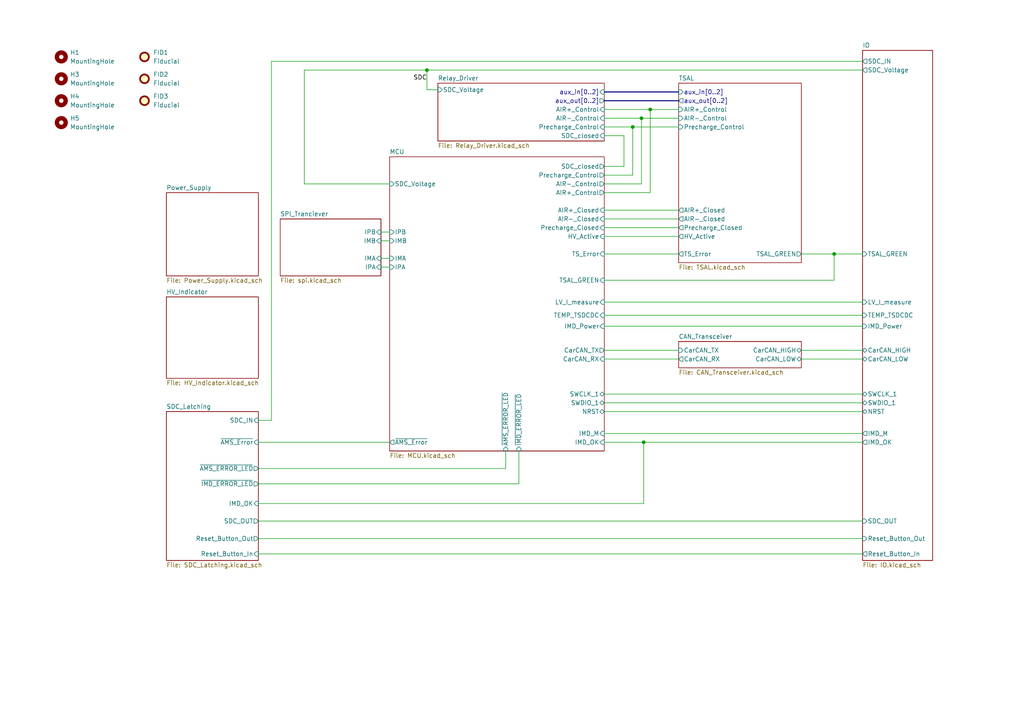
<source format=kicad_sch>
(kicad_sch
	(version 20231120)
	(generator "eeschema")
	(generator_version "8.0")
	(uuid "e63e39d7-6ac0-4ffd-8aa3-1841a4541b55")
	(paper "A4")
	(lib_symbols
		(symbol "Mechanical:Fiducial"
			(exclude_from_sim yes)
			(in_bom no)
			(on_board yes)
			(property "Reference" "FID"
				(at 0 5.08 0)
				(effects
					(font
						(size 1.27 1.27)
					)
				)
			)
			(property "Value" "Fiducial"
				(at 0 3.175 0)
				(effects
					(font
						(size 1.27 1.27)
					)
				)
			)
			(property "Footprint" ""
				(at 0 0 0)
				(effects
					(font
						(size 1.27 1.27)
					)
					(hide yes)
				)
			)
			(property "Datasheet" "~"
				(at 0 0 0)
				(effects
					(font
						(size 1.27 1.27)
					)
					(hide yes)
				)
			)
			(property "Description" "Fiducial Marker"
				(at 0 0 0)
				(effects
					(font
						(size 1.27 1.27)
					)
					(hide yes)
				)
			)
			(property "ki_keywords" "fiducial marker"
				(at 0 0 0)
				(effects
					(font
						(size 1.27 1.27)
					)
					(hide yes)
				)
			)
			(property "ki_fp_filters" "Fiducial*"
				(at 0 0 0)
				(effects
					(font
						(size 1.27 1.27)
					)
					(hide yes)
				)
			)
			(symbol "Fiducial_0_1"
				(circle
					(center 0 0)
					(radius 1.27)
					(stroke
						(width 0.508)
						(type default)
					)
					(fill
						(type background)
					)
				)
			)
		)
		(symbol "Mechanical:MountingHole"
			(pin_names
				(offset 1.016)
			)
			(exclude_from_sim yes)
			(in_bom no)
			(on_board yes)
			(property "Reference" "H"
				(at 0 5.08 0)
				(effects
					(font
						(size 1.27 1.27)
					)
				)
			)
			(property "Value" "MountingHole"
				(at 0 3.175 0)
				(effects
					(font
						(size 1.27 1.27)
					)
				)
			)
			(property "Footprint" ""
				(at 0 0 0)
				(effects
					(font
						(size 1.27 1.27)
					)
					(hide yes)
				)
			)
			(property "Datasheet" "~"
				(at 0 0 0)
				(effects
					(font
						(size 1.27 1.27)
					)
					(hide yes)
				)
			)
			(property "Description" "Mounting Hole without connection"
				(at 0 0 0)
				(effects
					(font
						(size 1.27 1.27)
					)
					(hide yes)
				)
			)
			(property "ki_keywords" "mounting hole"
				(at 0 0 0)
				(effects
					(font
						(size 1.27 1.27)
					)
					(hide yes)
				)
			)
			(property "ki_fp_filters" "MountingHole*"
				(at 0 0 0)
				(effects
					(font
						(size 1.27 1.27)
					)
					(hide yes)
				)
			)
			(symbol "MountingHole_0_1"
				(circle
					(center 0 0)
					(radius 1.27)
					(stroke
						(width 1.27)
						(type default)
					)
					(fill
						(type none)
					)
				)
			)
		)
	)
	(junction
		(at 241.935 73.66)
		(diameter 0)
		(color 0 0 0 0)
		(uuid "0a7f7cff-c29b-4cc6-9d26-e8a073329d15")
	)
	(junction
		(at 123.825 20.32)
		(diameter 0)
		(color 0 0 0 0)
		(uuid "408fafc3-a377-41a0-b7ba-93182cde2895")
	)
	(junction
		(at 186.69 128.27)
		(diameter 0)
		(color 0 0 0 0)
		(uuid "44793ef5-ff1a-4dd7-a42e-e257f8b8042e")
	)
	(junction
		(at 188.595 31.75)
		(diameter 0)
		(color 0 0 0 0)
		(uuid "4978de48-824e-4da0-ad6c-6a4aefa3ff9d")
	)
	(junction
		(at 183.515 36.83)
		(diameter 0)
		(color 0 0 0 0)
		(uuid "7c350bc1-d08e-421e-9df9-7d582d023d7d")
	)
	(junction
		(at 186.055 34.29)
		(diameter 0)
		(color 0 0 0 0)
		(uuid "a1e57cfd-14f7-4329-8eff-f9f55eb71a7d")
	)
	(wire
		(pts
			(xy 180.975 48.26) (xy 180.975 39.37)
		)
		(stroke
			(width 0)
			(type default)
		)
		(uuid "07f9dc8d-c0d0-4dc9-8401-f12e87290517")
	)
	(wire
		(pts
			(xy 188.595 55.88) (xy 188.595 31.75)
		)
		(stroke
			(width 0)
			(type default)
		)
		(uuid "161c37ee-859e-408a-bfc2-59491a96f951")
	)
	(wire
		(pts
			(xy 175.26 36.83) (xy 183.515 36.83)
		)
		(stroke
			(width 0)
			(type default)
		)
		(uuid "1860a00d-f6ff-4922-be20-059a8da73e09")
	)
	(wire
		(pts
			(xy 175.26 94.615) (xy 250.19 94.615)
		)
		(stroke
			(width 0)
			(type default)
		)
		(uuid "18e14012-8379-44ba-bc03-22592befc89a")
	)
	(wire
		(pts
			(xy 175.26 128.27) (xy 186.69 128.27)
		)
		(stroke
			(width 0)
			(type default)
		)
		(uuid "1b75a20a-67f1-4c22-93ad-86624ea64c65")
	)
	(wire
		(pts
			(xy 186.055 34.29) (xy 196.85 34.29)
		)
		(stroke
			(width 0)
			(type default)
		)
		(uuid "1db01ef0-e8ca-4592-b2d3-07fb736a1c26")
	)
	(wire
		(pts
			(xy 110.49 67.31) (xy 113.03 67.31)
		)
		(stroke
			(width 0)
			(type default)
		)
		(uuid "24f82c31-79c3-42d8-ae53-1dfc0417f292")
	)
	(wire
		(pts
			(xy 186.69 128.27) (xy 186.69 146.05)
		)
		(stroke
			(width 0)
			(type default)
		)
		(uuid "30e997bf-188f-4d9b-bd84-fbf9b303fdbc")
	)
	(bus
		(pts
			(xy 175.26 29.21) (xy 196.85 29.21)
		)
		(stroke
			(width 0)
			(type default)
		)
		(uuid "31ffb8c5-4965-42af-9ed5-2cde8d5c615d")
	)
	(wire
		(pts
			(xy 175.26 31.75) (xy 188.595 31.75)
		)
		(stroke
			(width 0)
			(type default)
		)
		(uuid "32c45256-301b-4d4b-9c80-908f3eaa6645")
	)
	(wire
		(pts
			(xy 78.74 17.78) (xy 250.19 17.78)
		)
		(stroke
			(width 0)
			(type default)
		)
		(uuid "39b04c6a-a164-49f1-abea-a3a32285d465")
	)
	(wire
		(pts
			(xy 175.26 81.28) (xy 241.935 81.28)
		)
		(stroke
			(width 0)
			(type default)
		)
		(uuid "3aeadea1-001e-4433-96d3-f973553a40ce")
	)
	(wire
		(pts
			(xy 88.265 53.34) (xy 113.03 53.34)
		)
		(stroke
			(width 0)
			(type default)
		)
		(uuid "43ff35e9-7cd8-4f62-aee2-70328842afeb")
	)
	(wire
		(pts
			(xy 74.93 156.21) (xy 250.19 156.21)
		)
		(stroke
			(width 0)
			(type default)
		)
		(uuid "4c72069e-2911-45fc-ac82-d63dbffe3b04")
	)
	(wire
		(pts
			(xy 183.515 36.83) (xy 183.515 50.8)
		)
		(stroke
			(width 0)
			(type default)
		)
		(uuid "4ec701c3-5b60-44fd-aa98-394de6f7caab")
	)
	(wire
		(pts
			(xy 188.595 31.75) (xy 196.85 31.75)
		)
		(stroke
			(width 0)
			(type default)
		)
		(uuid "51e28119-6df5-4157-ad5a-a917e8c3b6f3")
	)
	(wire
		(pts
			(xy 232.41 104.14) (xy 250.19 104.14)
		)
		(stroke
			(width 0)
			(type default)
		)
		(uuid "52f50848-80d1-428f-ab45-bb31bf0b1bf9")
	)
	(wire
		(pts
			(xy 110.49 77.47) (xy 113.03 77.47)
		)
		(stroke
			(width 0)
			(type default)
		)
		(uuid "54692d45-1676-44b5-883b-2bc41b0fdb8c")
	)
	(wire
		(pts
			(xy 74.93 140.335) (xy 150.495 140.335)
		)
		(stroke
			(width 0)
			(type default)
		)
		(uuid "56636031-e736-471a-aef1-0ac263156ba7")
	)
	(wire
		(pts
			(xy 175.26 73.66) (xy 196.85 73.66)
		)
		(stroke
			(width 0)
			(type default)
		)
		(uuid "59c97f32-e3dc-44cd-97bd-a21f9f2761ed")
	)
	(wire
		(pts
			(xy 175.26 50.8) (xy 183.515 50.8)
		)
		(stroke
			(width 0)
			(type default)
		)
		(uuid "619d8902-06d2-4923-bb65-cfa8d092be87")
	)
	(wire
		(pts
			(xy 74.93 128.27) (xy 113.03 128.27)
		)
		(stroke
			(width 0)
			(type default)
		)
		(uuid "6d2f0521-9da9-4af2-a499-d52735120f75")
	)
	(wire
		(pts
			(xy 110.49 69.85) (xy 113.03 69.85)
		)
		(stroke
			(width 0)
			(type default)
		)
		(uuid "6f739289-0d73-4828-8ed9-0bb5278b8b5b")
	)
	(wire
		(pts
			(xy 150.495 130.81) (xy 150.495 140.335)
		)
		(stroke
			(width 0)
			(type default)
		)
		(uuid "6f995fe1-0166-4ccb-ab08-e9ce4b1480ae")
	)
	(wire
		(pts
			(xy 175.26 114.3) (xy 250.19 114.3)
		)
		(stroke
			(width 0)
			(type default)
		)
		(uuid "72de219e-ea5c-4118-91e1-aa7450812977")
	)
	(wire
		(pts
			(xy 175.26 119.38) (xy 250.19 119.38)
		)
		(stroke
			(width 0)
			(type default)
		)
		(uuid "750042e4-ec72-4b72-a7a1-170d65b6a550")
	)
	(wire
		(pts
			(xy 74.93 121.92) (xy 78.74 121.92)
		)
		(stroke
			(width 0)
			(type default)
		)
		(uuid "78a24785-3b42-46fa-9caf-3fc007c85f2c")
	)
	(wire
		(pts
			(xy 241.935 73.66) (xy 250.19 73.66)
		)
		(stroke
			(width 0)
			(type default)
		)
		(uuid "79c4682b-6f04-465e-bf87-1364ab0de3e5")
	)
	(wire
		(pts
			(xy 241.935 73.66) (xy 241.935 81.28)
		)
		(stroke
			(width 0)
			(type default)
		)
		(uuid "7bf839f6-fe27-416f-b4fb-8b45d66e9c7a")
	)
	(wire
		(pts
			(xy 175.26 53.34) (xy 186.055 53.34)
		)
		(stroke
			(width 0)
			(type default)
		)
		(uuid "7eae9a3b-04d0-4025-90cb-4b284bd379ef")
	)
	(wire
		(pts
			(xy 123.825 26.035) (xy 127 26.035)
		)
		(stroke
			(width 0)
			(type default)
		)
		(uuid "7fe8261e-9374-4542-8746-31b48c970009")
	)
	(wire
		(pts
			(xy 88.265 20.32) (xy 88.265 53.34)
		)
		(stroke
			(width 0)
			(type default)
		)
		(uuid "86c8f75c-d22e-41f4-9b54-7366753afa46")
	)
	(wire
		(pts
			(xy 175.26 66.04) (xy 196.85 66.04)
		)
		(stroke
			(width 0)
			(type default)
		)
		(uuid "879ccb09-3504-4864-9c31-833d63a283d6")
	)
	(wire
		(pts
			(xy 175.26 34.29) (xy 186.055 34.29)
		)
		(stroke
			(width 0)
			(type default)
		)
		(uuid "8893e1cb-365b-4c9c-a85e-2244f030fd1e")
	)
	(wire
		(pts
			(xy 110.49 74.93) (xy 113.03 74.93)
		)
		(stroke
			(width 0)
			(type default)
		)
		(uuid "8b1d64f7-3258-49b4-92aa-93c8541190ba")
	)
	(wire
		(pts
			(xy 232.41 73.66) (xy 241.935 73.66)
		)
		(stroke
			(width 0)
			(type default)
		)
		(uuid "8f2e9e26-e3f1-440c-a826-c9d96000f0ea")
	)
	(wire
		(pts
			(xy 186.69 128.27) (xy 250.19 128.27)
		)
		(stroke
			(width 0)
			(type default)
		)
		(uuid "970ec349-aa6c-4058-9a8a-06f8b0ada789")
	)
	(wire
		(pts
			(xy 123.825 20.32) (xy 123.825 26.035)
		)
		(stroke
			(width 0)
			(type default)
		)
		(uuid "9eaca443-67c5-43d3-a2cb-8dc2134d743d")
	)
	(wire
		(pts
			(xy 175.26 87.63) (xy 250.19 87.63)
		)
		(stroke
			(width 0)
			(type default)
		)
		(uuid "a07ba9bc-6ee6-4356-918f-f47ec7cc369e")
	)
	(wire
		(pts
			(xy 74.93 160.655) (xy 250.19 160.655)
		)
		(stroke
			(width 0)
			(type default)
		)
		(uuid "a14d2587-5011-4932-895b-968b85fb9c29")
	)
	(wire
		(pts
			(xy 175.26 125.73) (xy 250.19 125.73)
		)
		(stroke
			(width 0)
			(type default)
		)
		(uuid "a268a543-1d94-4c7d-9e93-681aa6017876")
	)
	(wire
		(pts
			(xy 175.26 68.58) (xy 196.85 68.58)
		)
		(stroke
			(width 0)
			(type default)
		)
		(uuid "b509a92c-b91c-4e42-b9e3-f73c6491975d")
	)
	(wire
		(pts
			(xy 175.26 101.6) (xy 196.85 101.6)
		)
		(stroke
			(width 0)
			(type default)
		)
		(uuid "bbd9a530-d966-44db-b792-6b8364074399")
	)
	(wire
		(pts
			(xy 183.515 36.83) (xy 196.85 36.83)
		)
		(stroke
			(width 0)
			(type default)
		)
		(uuid "bd7c142b-1b4a-4e3e-891a-2fc7994c4031")
	)
	(wire
		(pts
			(xy 180.975 39.37) (xy 175.26 39.37)
		)
		(stroke
			(width 0)
			(type default)
		)
		(uuid "c4a85f6c-5ba7-40d8-af18-4a31720497a2")
	)
	(wire
		(pts
			(xy 175.26 116.84) (xy 250.19 116.84)
		)
		(stroke
			(width 0)
			(type default)
		)
		(uuid "c7fe1963-cd78-4101-8ef6-6dcc644a8e7d")
	)
	(wire
		(pts
			(xy 175.26 91.44) (xy 250.19 91.44)
		)
		(stroke
			(width 0)
			(type default)
		)
		(uuid "cca14e52-daa2-472f-b950-9a1276c72fee")
	)
	(bus
		(pts
			(xy 175.26 26.67) (xy 196.85 26.67)
		)
		(stroke
			(width 0)
			(type default)
		)
		(uuid "cea651cf-4b09-4040-866b-09f29baccde7")
	)
	(wire
		(pts
			(xy 74.93 151.13) (xy 250.19 151.13)
		)
		(stroke
			(width 0)
			(type default)
		)
		(uuid "d0c6c499-7a00-48b4-bd4b-891bbdb16994")
	)
	(wire
		(pts
			(xy 146.685 135.89) (xy 146.685 130.81)
		)
		(stroke
			(width 0)
			(type default)
		)
		(uuid "d316bfb3-2c73-4ff1-84e3-75c482cbfaa2")
	)
	(wire
		(pts
			(xy 175.26 104.14) (xy 196.85 104.14)
		)
		(stroke
			(width 0)
			(type default)
		)
		(uuid "d53b8b6f-dec9-4a34-9e59-6fc2f5bafc6c")
	)
	(wire
		(pts
			(xy 175.26 63.5) (xy 196.85 63.5)
		)
		(stroke
			(width 0)
			(type default)
		)
		(uuid "d88aee4c-fb2b-496d-98dc-785013c70a8c")
	)
	(wire
		(pts
			(xy 180.975 48.26) (xy 175.26 48.26)
		)
		(stroke
			(width 0)
			(type default)
		)
		(uuid "df7a4fb7-c0df-4747-a51c-5b6d57141fc8")
	)
	(wire
		(pts
			(xy 74.93 135.89) (xy 146.685 135.89)
		)
		(stroke
			(width 0)
			(type default)
		)
		(uuid "e0757bcb-e970-4f03-94f2-6301484ac229")
	)
	(wire
		(pts
			(xy 123.825 20.32) (xy 250.19 20.32)
		)
		(stroke
			(width 0)
			(type default)
		)
		(uuid "e4022d97-9262-4b9e-8880-03a4afd73d19")
	)
	(wire
		(pts
			(xy 74.93 146.05) (xy 186.69 146.05)
		)
		(stroke
			(width 0)
			(type default)
		)
		(uuid "ea203829-7c79-4d55-8c55-d3d8ecb641ef")
	)
	(wire
		(pts
			(xy 88.265 20.32) (xy 123.825 20.32)
		)
		(stroke
			(width 0)
			(type default)
		)
		(uuid "ec66eea5-ae96-4bf7-93db-2f86111f3986")
	)
	(wire
		(pts
			(xy 78.74 17.78) (xy 78.74 121.92)
		)
		(stroke
			(width 0)
			(type default)
		)
		(uuid "ef04e179-1035-430f-b8a3-37f6edb09c73")
	)
	(wire
		(pts
			(xy 232.41 101.6) (xy 250.19 101.6)
		)
		(stroke
			(width 0)
			(type default)
		)
		(uuid "f4eb62d3-6998-4510-806f-341547b3745d")
	)
	(wire
		(pts
			(xy 186.055 34.29) (xy 186.055 53.34)
		)
		(stroke
			(width 0)
			(type default)
		)
		(uuid "f883506b-40b7-4a33-8b08-87bb566721c7")
	)
	(wire
		(pts
			(xy 175.26 60.96) (xy 196.85 60.96)
		)
		(stroke
			(width 0)
			(type default)
		)
		(uuid "f9d34e50-92ea-47a4-8b48-a188792d1fba")
	)
	(wire
		(pts
			(xy 175.26 55.88) (xy 188.595 55.88)
		)
		(stroke
			(width 0)
			(type default)
		)
		(uuid "fa484b90-07b7-4a9e-9fea-6e2a33d9559c")
	)
	(label "SDC"
		(at 123.825 23.495 180)
		(fields_autoplaced yes)
		(effects
			(font
				(size 1.27 1.27)
				(color 0 0 0 1)
			)
			(justify right bottom)
		)
		(uuid "5a0c03f1-96bf-4aa0-a982-95eb41ebc984")
		(property "Netclass" "Relay"
			(at 123.825 24.765 0)
			(effects
				(font
					(size 1.27 1.27)
					(bold yes)
					(italic yes)
				)
				(justify right)
				(hide yes)
			)
		)
	)
	(symbol
		(lib_id "Mechanical:MountingHole")
		(at 17.78 16.51 0)
		(unit 1)
		(exclude_from_sim yes)
		(in_bom no)
		(on_board yes)
		(dnp no)
		(fields_autoplaced yes)
		(uuid "0a967dcf-cf87-4b53-bafc-12025984e67b")
		(property "Reference" "H1"
			(at 20.32 15.2399 0)
			(effects
				(font
					(size 1.27 1.27)
				)
				(justify left)
			)
		)
		(property "Value" "MountingHole"
			(at 20.32 17.7799 0)
			(effects
				(font
					(size 1.27 1.27)
				)
				(justify left)
			)
		)
		(property "Footprint" "MountingHole:MountingHole_3.2mm_M3"
			(at 17.78 16.51 0)
			(effects
				(font
					(size 1.27 1.27)
				)
				(hide yes)
			)
		)
		(property "Datasheet" "~"
			(at 17.78 16.51 0)
			(effects
				(font
					(size 1.27 1.27)
				)
				(hide yes)
			)
		)
		(property "Description" "Mounting Hole without connection"
			(at 17.78 16.51 0)
			(effects
				(font
					(size 1.27 1.27)
				)
				(hide yes)
			)
		)
		(instances
			(project "Master_FT25"
				(path "/e63e39d7-6ac0-4ffd-8aa3-1841a4541b55"
					(reference "H1")
					(unit 1)
				)
			)
		)
	)
	(symbol
		(lib_id "Mechanical:MountingHole")
		(at 17.78 35.56 0)
		(unit 1)
		(exclude_from_sim yes)
		(in_bom no)
		(on_board yes)
		(dnp no)
		(fields_autoplaced yes)
		(uuid "0b072f1d-7d2e-416a-a533-7e5d8d8d6b40")
		(property "Reference" "H5"
			(at 20.32 34.2899 0)
			(effects
				(font
					(size 1.27 1.27)
				)
				(justify left)
			)
		)
		(property "Value" "MountingHole"
			(at 20.32 36.8299 0)
			(effects
				(font
					(size 1.27 1.27)
				)
				(justify left)
			)
		)
		(property "Footprint" "MountingHole:MountingHole_3.2mm_M3"
			(at 17.78 35.56 0)
			(effects
				(font
					(size 1.27 1.27)
				)
				(hide yes)
			)
		)
		(property "Datasheet" "~"
			(at 17.78 35.56 0)
			(effects
				(font
					(size 1.27 1.27)
				)
				(hide yes)
			)
		)
		(property "Description" "Mounting Hole without connection"
			(at 17.78 35.56 0)
			(effects
				(font
					(size 1.27 1.27)
				)
				(hide yes)
			)
		)
		(instances
			(project "Master_FT25"
				(path "/e63e39d7-6ac0-4ffd-8aa3-1841a4541b55"
					(reference "H5")
					(unit 1)
				)
			)
		)
	)
	(symbol
		(lib_id "Mechanical:Fiducial")
		(at 41.91 29.21 0)
		(unit 1)
		(exclude_from_sim yes)
		(in_bom no)
		(on_board yes)
		(dnp no)
		(fields_autoplaced yes)
		(uuid "20cdaa43-65c8-4542-a3d9-8381e50d7078")
		(property "Reference" "FID3"
			(at 44.45 27.9399 0)
			(effects
				(font
					(size 1.27 1.27)
				)
				(justify left)
			)
		)
		(property "Value" "Fiducial"
			(at 44.45 30.4799 0)
			(effects
				(font
					(size 1.27 1.27)
				)
				(justify left)
			)
		)
		(property "Footprint" "Fiducial:Fiducial_1mm_Mask2mm"
			(at 41.91 29.21 0)
			(effects
				(font
					(size 1.27 1.27)
				)
				(hide yes)
			)
		)
		(property "Datasheet" "~"
			(at 41.91 29.21 0)
			(effects
				(font
					(size 1.27 1.27)
				)
				(hide yes)
			)
		)
		(property "Description" "Fiducial Marker"
			(at 41.91 29.21 0)
			(effects
				(font
					(size 1.27 1.27)
				)
				(hide yes)
			)
		)
		(instances
			(project "Master_FT25"
				(path "/e63e39d7-6ac0-4ffd-8aa3-1841a4541b55"
					(reference "FID3")
					(unit 1)
				)
			)
		)
	)
	(symbol
		(lib_id "Mechanical:Fiducial")
		(at 41.91 16.51 0)
		(unit 1)
		(exclude_from_sim yes)
		(in_bom no)
		(on_board yes)
		(dnp no)
		(fields_autoplaced yes)
		(uuid "45741e40-abdc-4d50-b317-939a5201ace5")
		(property "Reference" "FID1"
			(at 44.45 15.2399 0)
			(effects
				(font
					(size 1.27 1.27)
				)
				(justify left)
			)
		)
		(property "Value" "Fiducial"
			(at 44.45 17.7799 0)
			(effects
				(font
					(size 1.27 1.27)
				)
				(justify left)
			)
		)
		(property "Footprint" "Fiducial:Fiducial_1mm_Mask2mm"
			(at 41.91 16.51 0)
			(effects
				(font
					(size 1.27 1.27)
				)
				(hide yes)
			)
		)
		(property "Datasheet" "~"
			(at 41.91 16.51 0)
			(effects
				(font
					(size 1.27 1.27)
				)
				(hide yes)
			)
		)
		(property "Description" "Fiducial Marker"
			(at 41.91 16.51 0)
			(effects
				(font
					(size 1.27 1.27)
				)
				(hide yes)
			)
		)
		(instances
			(project "Master_FT25"
				(path "/e63e39d7-6ac0-4ffd-8aa3-1841a4541b55"
					(reference "FID1")
					(unit 1)
				)
			)
		)
	)
	(symbol
		(lib_id "Mechanical:MountingHole")
		(at 17.78 29.21 0)
		(unit 1)
		(exclude_from_sim yes)
		(in_bom no)
		(on_board yes)
		(dnp no)
		(fields_autoplaced yes)
		(uuid "6301e002-599c-4024-b369-a435c3498b7e")
		(property "Reference" "H4"
			(at 20.32 27.9399 0)
			(effects
				(font
					(size 1.27 1.27)
				)
				(justify left)
			)
		)
		(property "Value" "MountingHole"
			(at 20.32 30.4799 0)
			(effects
				(font
					(size 1.27 1.27)
				)
				(justify left)
			)
		)
		(property "Footprint" "MountingHole:MountingHole_3.2mm_M3"
			(at 17.78 29.21 0)
			(effects
				(font
					(size 1.27 1.27)
				)
				(hide yes)
			)
		)
		(property "Datasheet" "~"
			(at 17.78 29.21 0)
			(effects
				(font
					(size 1.27 1.27)
				)
				(hide yes)
			)
		)
		(property "Description" "Mounting Hole without connection"
			(at 17.78 29.21 0)
			(effects
				(font
					(size 1.27 1.27)
				)
				(hide yes)
			)
		)
		(instances
			(project "Master_FT25"
				(path "/e63e39d7-6ac0-4ffd-8aa3-1841a4541b55"
					(reference "H4")
					(unit 1)
				)
			)
		)
	)
	(symbol
		(lib_id "Mechanical:Fiducial")
		(at 41.91 22.86 0)
		(unit 1)
		(exclude_from_sim yes)
		(in_bom no)
		(on_board yes)
		(dnp no)
		(fields_autoplaced yes)
		(uuid "b3151b57-7e28-4545-b8a5-8cfdf967461d")
		(property "Reference" "FID2"
			(at 44.45 21.5899 0)
			(effects
				(font
					(size 1.27 1.27)
				)
				(justify left)
			)
		)
		(property "Value" "Fiducial"
			(at 44.45 24.1299 0)
			(effects
				(font
					(size 1.27 1.27)
				)
				(justify left)
			)
		)
		(property "Footprint" "Fiducial:Fiducial_1mm_Mask2mm"
			(at 41.91 22.86 0)
			(effects
				(font
					(size 1.27 1.27)
				)
				(hide yes)
			)
		)
		(property "Datasheet" "~"
			(at 41.91 22.86 0)
			(effects
				(font
					(size 1.27 1.27)
				)
				(hide yes)
			)
		)
		(property "Description" "Fiducial Marker"
			(at 41.91 22.86 0)
			(effects
				(font
					(size 1.27 1.27)
				)
				(hide yes)
			)
		)
		(instances
			(project "Master_FT25"
				(path "/e63e39d7-6ac0-4ffd-8aa3-1841a4541b55"
					(reference "FID2")
					(unit 1)
				)
			)
		)
	)
	(symbol
		(lib_id "Mechanical:MountingHole")
		(at 17.78 22.86 0)
		(unit 1)
		(exclude_from_sim yes)
		(in_bom no)
		(on_board yes)
		(dnp no)
		(fields_autoplaced yes)
		(uuid "d1527598-7f4d-46c2-9d81-1aa748b9fa8d")
		(property "Reference" "H3"
			(at 20.32 21.5899 0)
			(effects
				(font
					(size 1.27 1.27)
				)
				(justify left)
			)
		)
		(property "Value" "MountingHole"
			(at 20.32 24.1299 0)
			(effects
				(font
					(size 1.27 1.27)
				)
				(justify left)
			)
		)
		(property "Footprint" "MountingHole:MountingHole_3.2mm_M3"
			(at 17.78 22.86 0)
			(effects
				(font
					(size 1.27 1.27)
				)
				(hide yes)
			)
		)
		(property "Datasheet" "~"
			(at 17.78 22.86 0)
			(effects
				(font
					(size 1.27 1.27)
				)
				(hide yes)
			)
		)
		(property "Description" "Mounting Hole without connection"
			(at 17.78 22.86 0)
			(effects
				(font
					(size 1.27 1.27)
				)
				(hide yes)
			)
		)
		(instances
			(project "Master_FT25"
				(path "/e63e39d7-6ac0-4ffd-8aa3-1841a4541b55"
					(reference "H3")
					(unit 1)
				)
			)
		)
	)
	(sheet
		(at 48.26 119.38)
		(size 26.67 43.18)
		(fields_autoplaced yes)
		(stroke
			(width 0.1524)
			(type solid)
		)
		(fill
			(color 0 0 0 0.0000)
		)
		(uuid "1faf3ef0-baac-46e1-a293-a43d671ef048")
		(property "Sheetname" "SDC_Latching"
			(at 48.26 118.6684 0)
			(effects
				(font
					(size 1.27 1.27)
				)
				(justify left bottom)
			)
		)
		(property "Sheetfile" "SDC_Latching.kicad_sch"
			(at 48.26 163.1446 0)
			(effects
				(font
					(size 1.27 1.27)
				)
				(justify left top)
			)
		)
		(pin "Reset_Button_In" input
			(at 74.93 160.655 0)
			(effects
				(font
					(size 1.27 1.27)
				)
				(justify right)
			)
			(uuid "d29d350b-902b-4201-b78d-3987c1d43101")
		)
		(pin "Reset_Button_Out" output
			(at 74.93 156.21 0)
			(effects
				(font
					(size 1.27 1.27)
				)
				(justify right)
			)
			(uuid "b3467c47-149f-4dd6-96a3-1425c5e65cd6")
		)
		(pin "SDC_OUT" output
			(at 74.93 151.13 0)
			(effects
				(font
					(size 1.27 1.27)
				)
				(justify right)
			)
			(uuid "04195bc4-f957-489b-8e05-747e1a2601f4")
		)
		(pin "SDC_IN" input
			(at 74.93 121.92 0)
			(effects
				(font
					(size 1.27 1.27)
				)
				(justify right)
			)
			(uuid "92e1de3b-0808-4574-9811-f75c22fccddf")
		)
		(pin "~{AMS_Error}" input
			(at 74.93 128.27 0)
			(effects
				(font
					(size 1.27 1.27)
				)
				(justify right)
			)
			(uuid "d4f4818d-c3c7-4eeb-9c52-aad858d58f30")
		)
		(pin "IMD_OK" input
			(at 74.93 146.05 0)
			(effects
				(font
					(size 1.27 1.27)
				)
				(justify right)
			)
			(uuid "44e26c19-37fa-4e80-adb7-6f8f90521f09")
		)
		(pin "~{AMS_ERROR_LED}" output
			(at 74.93 135.89 0)
			(effects
				(font
					(size 1.27 1.27)
				)
				(justify right)
			)
			(uuid "db873ff3-3fa6-46f9-acf2-1776292c3326")
		)
		(pin "~{IMD_ERROR_LED}" output
			(at 74.93 140.335 0)
			(effects
				(font
					(size 1.27 1.27)
				)
				(justify right)
			)
			(uuid "1e0ea0b3-c0a4-42d3-b88d-ab6314267023")
		)
		(instances
			(project "Master_FT25"
				(path "/e63e39d7-6ac0-4ffd-8aa3-1841a4541b55"
					(page "10")
				)
			)
		)
	)
	(sheet
		(at 48.26 55.88)
		(size 26.67 24.13)
		(fields_autoplaced yes)
		(stroke
			(width 0.1524)
			(type solid)
		)
		(fill
			(color 0 0 0 0.0000)
		)
		(uuid "22dc17c4-8352-43f2-bb65-d704323b2333")
		(property "Sheetname" "Power_Supply"
			(at 48.26 55.1684 0)
			(effects
				(font
					(size 1.27 1.27)
				)
				(justify left bottom)
			)
		)
		(property "Sheetfile" "Power_Supply.kicad_sch"
			(at 48.26 80.5946 0)
			(effects
				(font
					(size 1.27 1.27)
				)
				(justify left top)
			)
		)
		(instances
			(project "Master_FT25"
				(path "/e63e39d7-6ac0-4ffd-8aa3-1841a4541b55"
					(page "8")
				)
			)
		)
	)
	(sheet
		(at 196.85 24.13)
		(size 35.56 52.07)
		(fields_autoplaced yes)
		(stroke
			(width 0.1524)
			(type solid)
		)
		(fill
			(color 0 0 0 0.0000)
		)
		(uuid "5ce1aa0c-f98f-4b94-80bd-f188cf4c57de")
		(property "Sheetname" "TSAL"
			(at 196.85 23.4184 0)
			(effects
				(font
					(size 1.27 1.27)
				)
				(justify left bottom)
			)
		)
		(property "Sheetfile" "TSAL.kicad_sch"
			(at 196.85 76.7846 0)
			(effects
				(font
					(size 1.27 1.27)
				)
				(justify left top)
			)
		)
		(pin "AIR-_Closed" output
			(at 196.85 63.5 180)
			(effects
				(font
					(size 1.27 1.27)
				)
				(justify left)
			)
			(uuid "7f4f978d-1e5d-4a43-b1bf-c4fa7649bd7e")
		)
		(pin "AIR-_Control" input
			(at 196.85 34.29 180)
			(effects
				(font
					(size 1.27 1.27)
				)
				(justify left)
			)
			(uuid "14206ec6-7d56-4612-a521-5201573867ec")
		)
		(pin "AIR+_Control" input
			(at 196.85 31.75 180)
			(effects
				(font
					(size 1.27 1.27)
				)
				(justify left)
			)
			(uuid "97639659-6003-4e23-b4ab-f30326d3a9e4")
		)
		(pin "AIR+_Closed" output
			(at 196.85 60.96 180)
			(effects
				(font
					(size 1.27 1.27)
				)
				(justify left)
			)
			(uuid "6395d9db-d4bc-4c2e-9617-d5b2bf2defa3")
		)
		(pin "HV_Active" output
			(at 196.85 68.58 180)
			(effects
				(font
					(size 1.27 1.27)
				)
				(justify left)
			)
			(uuid "9bc0c846-6b29-4e4d-a0d2-1bffadd4b174")
		)
		(pin "aux_in[0..2]" input
			(at 196.85 26.67 180)
			(effects
				(font
					(size 1.27 1.27)
				)
				(justify left)
			)
			(uuid "62f5980a-ba24-42c2-bf17-3ba93154ccbe")
		)
		(pin "aux_out[0..2]" output
			(at 196.85 29.21 180)
			(effects
				(font
					(size 1.27 1.27)
				)
				(justify left)
			)
			(uuid "7b7686bc-62db-4756-a60c-2a44d69edb52")
		)
		(pin "TS_Error" output
			(at 196.85 73.66 180)
			(effects
				(font
					(size 1.27 1.27)
				)
				(justify left)
			)
			(uuid "2448d2bd-f095-4512-bdbb-8c68f77aacaa")
		)
		(pin "Precharge_Closed" output
			(at 196.85 66.04 180)
			(effects
				(font
					(size 1.27 1.27)
				)
				(justify left)
			)
			(uuid "93060461-877f-42a6-80bd-dbb98ff86726")
		)
		(pin "Precharge_Control" input
			(at 196.85 36.83 180)
			(effects
				(font
					(size 1.27 1.27)
				)
				(justify left)
			)
			(uuid "1df4d53f-ddfd-42ee-ba3c-fb3c93ade126")
		)
		(pin "TSAL_GREEN" output
			(at 232.41 73.66 0)
			(effects
				(font
					(size 1.27 1.27)
				)
				(justify right)
			)
			(uuid "a160ed03-0ccc-4e23-a6c8-c4e67a7fba77")
		)
		(instances
			(project "Master_FT25"
				(path "/e63e39d7-6ac0-4ffd-8aa3-1841a4541b55"
					(page "2")
				)
			)
		)
	)
	(sheet
		(at 48.26 86.106)
		(size 26.67 23.622)
		(fields_autoplaced yes)
		(stroke
			(width 0.1524)
			(type solid)
		)
		(fill
			(color 0 0 0 0.0000)
		)
		(uuid "79aa61b0-3913-4dd5-85ac-a55bcc701429")
		(property "Sheetname" "HV_Indicator"
			(at 48.26 85.3944 0)
			(effects
				(font
					(size 1.27 1.27)
				)
				(justify left bottom)
			)
		)
		(property "Sheetfile" "HV_Indicator.kicad_sch"
			(at 48.26 110.3126 0)
			(effects
				(font
					(size 1.27 1.27)
				)
				(justify left top)
			)
		)
		(instances
			(project "Master_FT25"
				(path "/e63e39d7-6ac0-4ffd-8aa3-1841a4541b55"
					(page "11")
				)
			)
		)
	)
	(sheet
		(at 81.28 63.5)
		(size 29.21 16.51)
		(fields_autoplaced yes)
		(stroke
			(width 0.1524)
			(type solid)
		)
		(fill
			(color 0 0 0 0.0000)
		)
		(uuid "7ea6d794-d6f7-459d-b00f-ed5a8a0446d9")
		(property "Sheetname" "SPI_Tranciever"
			(at 81.28 62.7884 0)
			(effects
				(font
					(size 1.27 1.27)
				)
				(justify left bottom)
			)
		)
		(property "Sheetfile" "spi.kicad_sch"
			(at 81.28 80.5946 0)
			(effects
				(font
					(size 1.27 1.27)
				)
				(justify left top)
			)
		)
		(pin "IPB" input
			(at 110.49 67.31 0)
			(effects
				(font
					(size 1.27 1.27)
				)
				(justify right)
			)
			(uuid "12d18ded-a9ec-4a47-a265-cb4b48bd9928")
		)
		(pin "IMB" input
			(at 110.49 69.85 0)
			(effects
				(font
					(size 1.27 1.27)
				)
				(justify right)
			)
			(uuid "4f5cbb16-21f4-4acb-beed-5735b597fc51")
		)
		(pin "IMA" input
			(at 110.49 74.93 0)
			(effects
				(font
					(size 1.27 1.27)
				)
				(justify right)
			)
			(uuid "fd58e044-12b4-4992-9f63-d59e347d92a5")
		)
		(pin "IPA" input
			(at 110.49 77.47 0)
			(effects
				(font
					(size 1.27 1.27)
				)
				(justify right)
			)
			(uuid "212208da-4d93-4618-932d-5d0895edf826")
		)
		(instances
			(project "Master_FT25"
				(path "/e63e39d7-6ac0-4ffd-8aa3-1841a4541b55"
					(page "15")
				)
			)
		)
	)
	(sheet
		(at 127 24.13)
		(size 48.26 16.764)
		(fields_autoplaced yes)
		(stroke
			(width 0.1524)
			(type solid)
		)
		(fill
			(color 0 0 0 0.0000)
		)
		(uuid "95b8e8bb-175b-4c26-b28f-f18dafbb4793")
		(property "Sheetname" "Relay_Driver"
			(at 127 23.4184 0)
			(effects
				(font
					(size 1.27 1.27)
				)
				(justify left bottom)
			)
		)
		(property "Sheetfile" "Relay_Driver.kicad_sch"
			(at 127 41.4786 0)
			(effects
				(font
					(size 1.27 1.27)
				)
				(justify left top)
			)
		)
		(pin "AIR-_Control" input
			(at 175.26 34.29 0)
			(effects
				(font
					(size 1.27 1.27)
				)
				(justify right)
			)
			(uuid "7edf1e41-024c-4116-abe5-cfef0d5a0efc")
		)
		(pin "AIR+_Control" input
			(at 175.26 31.75 0)
			(effects
				(font
					(size 1.27 1.27)
				)
				(justify right)
			)
			(uuid "6e3f7547-4f06-4521-bf16-8b7f213f0b60")
		)
		(pin "aux_out[0..2]" output
			(at 175.26 29.21 0)
			(effects
				(font
					(size 1.27 1.27)
				)
				(justify right)
			)
			(uuid "bf289db5-5459-48e2-b88f-d9d16213c777")
		)
		(pin "aux_in[0..2]" input
			(at 175.26 26.67 0)
			(effects
				(font
					(size 1.27 1.27)
				)
				(justify right)
			)
			(uuid "870086fa-587c-431c-a862-2d36619d4ebf")
		)
		(pin "Precharge_Control" input
			(at 175.26 36.83 0)
			(effects
				(font
					(size 1.27 1.27)
				)
				(justify right)
			)
			(uuid "64c41c50-b9c1-41ea-996a-a9c20799ff11")
		)
		(pin "SDC_Voltage" input
			(at 127 26.035 180)
			(effects
				(font
					(size 1.27 1.27)
				)
				(justify left)
			)
			(uuid "4d634957-f32f-40f3-8540-70e44430ba5a")
		)
		(pin "SDC_closed" input
			(at 175.26 39.37 0)
			(effects
				(font
					(size 1.27 1.27)
				)
				(justify right)
			)
			(uuid "4c65f1ce-a9bc-4c5f-8403-bedb975d8eb2")
		)
		(instances
			(project "Master_FT25"
				(path "/e63e39d7-6ac0-4ffd-8aa3-1841a4541b55"
					(page "9")
				)
			)
		)
	)
	(sheet
		(at 113.03 45.466)
		(size 62.23 85.344)
		(fields_autoplaced yes)
		(stroke
			(width 0.1524)
			(type solid)
		)
		(fill
			(color 0 0 0 0.0000)
		)
		(uuid "9b70877c-37a9-427a-bda0-c62874ddc559")
		(property "Sheetname" "MCU"
			(at 113.03 44.7544 0)
			(effects
				(font
					(size 1.27 1.27)
				)
				(justify left bottom)
			)
		)
		(property "Sheetfile" "MCU.kicad_sch"
			(at 113.03 131.3946 0)
			(effects
				(font
					(size 1.27 1.27)
				)
				(justify left top)
			)
		)
		(pin "CarCAN_TX" output
			(at 175.26 101.6 0)
			(effects
				(font
					(size 1.27 1.27)
				)
				(justify right)
			)
			(uuid "f47ef6c8-b550-4302-a5a7-6ab5a6184e74")
		)
		(pin "SWCLK_1" bidirectional
			(at 175.26 114.3 0)
			(effects
				(font
					(size 1.27 1.27)
				)
				(justify right)
			)
			(uuid "605a061b-4108-46bb-8fff-97cfb674055b")
		)
		(pin "SWDIO_1" bidirectional
			(at 175.26 116.84 0)
			(effects
				(font
					(size 1.27 1.27)
				)
				(justify right)
			)
			(uuid "92a776b3-e16c-4951-958d-ef2fb53709a9")
		)
		(pin "CarCAN_RX" input
			(at 175.26 104.14 0)
			(effects
				(font
					(size 1.27 1.27)
				)
				(justify right)
			)
			(uuid "04553aed-dc09-4ba7-a9b1-ab4eaf95146d")
		)
		(pin "AIR+_Control" output
			(at 175.26 55.88 0)
			(effects
				(font
					(size 1.27 1.27)
				)
				(justify right)
			)
			(uuid "2269f88f-a85c-4266-ac04-95bf13eb0efd")
		)
		(pin "AIR-_Control" output
			(at 175.26 53.34 0)
			(effects
				(font
					(size 1.27 1.27)
				)
				(justify right)
			)
			(uuid "d79f89ef-7e64-42d3-9138-46893922b4a9")
		)
		(pin "HV_Active" input
			(at 175.26 68.58 0)
			(effects
				(font
					(size 1.27 1.27)
				)
				(justify right)
			)
			(uuid "c20f76e0-182a-4af7-a081-ae1f520a5b95")
		)
		(pin "AIR+_Closed" input
			(at 175.26 60.96 0)
			(effects
				(font
					(size 1.27 1.27)
				)
				(justify right)
			)
			(uuid "125a1f4f-2acf-4cea-9a03-25b35d16fb96")
		)
		(pin "AIR-_Closed" input
			(at 175.26 63.5 0)
			(effects
				(font
					(size 1.27 1.27)
				)
				(justify right)
			)
			(uuid "fbfd2a87-a250-44fd-96a7-e8079404fc85")
		)
		(pin "SDC_Voltage" input
			(at 113.03 53.34 180)
			(effects
				(font
					(size 1.27 1.27)
				)
				(justify left)
			)
			(uuid "3329bc08-3485-4d06-b547-eed9d73de875")
		)
		(pin "IMD_OK" input
			(at 175.26 128.27 0)
			(effects
				(font
					(size 1.27 1.27)
				)
				(justify right)
			)
			(uuid "2f1fce94-ecdd-445f-a70b-53aa628f7126")
		)
		(pin "TS_Error" input
			(at 175.26 73.66 0)
			(effects
				(font
					(size 1.27 1.27)
				)
				(justify right)
			)
			(uuid "e3623c8f-21c5-4339-8297-19f16439a3f4")
		)
		(pin "IMD_M" input
			(at 175.26 125.73 0)
			(effects
				(font
					(size 1.27 1.27)
				)
				(justify right)
			)
			(uuid "8bae7699-4069-414c-8d5a-73d7082e11e5")
		)
		(pin "Precharge_Control" output
			(at 175.26 50.8 0)
			(effects
				(font
					(size 1.27 1.27)
				)
				(justify right)
			)
			(uuid "cdca4c58-1262-4bde-80f4-02b467f8aafe")
		)
		(pin "Precharge_Closed" input
			(at 175.26 66.04 0)
			(effects
				(font
					(size 1.27 1.27)
				)
				(justify right)
			)
			(uuid "f2f0c2fe-7ac4-4a48-bfa7-9d0e6e156dc7")
		)
		(pin "~{AMS_Error}" output
			(at 113.03 128.27 180)
			(effects
				(font
					(size 1.27 1.27)
				)
				(justify left)
			)
			(uuid "65e84e94-ce74-43d6-a40c-f2a3cd2a6ac8")
		)
		(pin "IMB" input
			(at 113.03 69.85 180)
			(effects
				(font
					(size 1.27 1.27)
				)
				(justify left)
			)
			(uuid "9695f347-9a45-415a-a0c0-c9817bf10ea3")
		)
		(pin "IMA" input
			(at 113.03 74.93 180)
			(effects
				(font
					(size 1.27 1.27)
				)
				(justify left)
			)
			(uuid "a62c6dcb-8b7d-4a24-adec-3aba3d84e6ab")
		)
		(pin "IPA" input
			(at 113.03 77.47 180)
			(effects
				(font
					(size 1.27 1.27)
				)
				(justify left)
			)
			(uuid "409a6711-a53b-4ad0-a904-98393d158eed")
		)
		(pin "IPB" input
			(at 113.03 67.31 180)
			(effects
				(font
					(size 1.27 1.27)
				)
				(justify left)
			)
			(uuid "a0783acc-e661-4dd4-bb10-3985abf0e608")
		)
		(pin "~{IMD_ERROR_LED}" input
			(at 150.495 130.81 270)
			(effects
				(font
					(size 1.27 1.27)
				)
				(justify left)
			)
			(uuid "3c6c52fa-82f4-40f6-8656-08db2fe24843")
		)
		(pin "~{AMS_ERROR_LED}" input
			(at 146.685 130.81 270)
			(effects
				(font
					(size 1.27 1.27)
				)
				(justify left)
			)
			(uuid "98921bb8-c18c-427f-8b3d-3fbc3b24206d")
		)
		(pin "TSAL_GREEN" input
			(at 175.26 81.28 0)
			(effects
				(font
					(size 1.27 1.27)
				)
				(justify right)
			)
			(uuid "c8c1c101-9fca-4c91-b1ff-0ae7a322ed0e")
		)
		(pin "IMD_Power" input
			(at 175.26 94.615 0)
			(effects
				(font
					(size 1.27 1.27)
				)
				(justify right)
			)
			(uuid "b5f88973-9cf9-48af-a376-4344bfa40928")
		)
		(pin "NRST" bidirectional
			(at 175.26 119.38 0)
			(effects
				(font
					(size 1.27 1.27)
				)
				(justify right)
			)
			(uuid "e05a939d-5d9f-44c5-82f0-715cf4d59192")
		)
		(pin "TEMP_TSDCDC" input
			(at 175.26 91.44 0)
			(effects
				(font
					(size 1.27 1.27)
				)
				(justify right)
			)
			(uuid "bad1f67e-a092-4c65-b87d-da69f8343546")
		)
		(pin "LV_I_measure" input
			(at 175.26 87.63 0)
			(effects
				(font
					(size 1.27 1.27)
				)
				(justify right)
			)
			(uuid "df232280-6528-402f-ac89-b7daf1a541da")
		)
		(pin "SDC_closed" output
			(at 175.26 48.26 0)
			(effects
				(font
					(size 1.27 1.27)
				)
				(justify right)
			)
			(uuid "4a5bc6b5-50fc-478c-97e0-cca7410217ca")
		)
		(instances
			(project "Master_FT25"
				(path "/e63e39d7-6ac0-4ffd-8aa3-1841a4541b55"
					(page "7")
				)
			)
		)
	)
	(sheet
		(at 196.85 99.06)
		(size 35.56 7.62)
		(fields_autoplaced yes)
		(stroke
			(width 0.1524)
			(type solid)
		)
		(fill
			(color 0 0 0 0.0000)
		)
		(uuid "c358f375-f19f-4341-b85b-3ee34c210f74")
		(property "Sheetname" "CAN_Transceiver"
			(at 196.85 98.3484 0)
			(effects
				(font
					(size 1.27 1.27)
				)
				(justify left bottom)
			)
		)
		(property "Sheetfile" "CAN_Transceiver.kicad_sch"
			(at 196.85 107.2646 0)
			(effects
				(font
					(size 1.27 1.27)
				)
				(justify left top)
			)
		)
		(pin "CarCAN_HIGH" bidirectional
			(at 232.41 101.6 0)
			(effects
				(font
					(size 1.27 1.27)
				)
				(justify right)
			)
			(uuid "fa65e9f0-a816-4cfb-b357-ecef57b3b82d")
		)
		(pin "CarCAN_LOW" bidirectional
			(at 232.41 104.14 0)
			(effects
				(font
					(size 1.27 1.27)
				)
				(justify right)
			)
			(uuid "934324c6-b02c-4f3e-ac08-05f9d8568f0c")
		)
		(pin "CarCAN_RX" output
			(at 196.85 104.14 180)
			(effects
				(font
					(size 1.27 1.27)
				)
				(justify left)
			)
			(uuid "31629ba9-9ca0-47ad-8673-f9b3b28a9e35")
		)
		(pin "CarCAN_TX" input
			(at 196.85 101.6 180)
			(effects
				(font
					(size 1.27 1.27)
				)
				(justify left)
			)
			(uuid "8d8c23ec-d24d-4183-b1f7-cf9ad53f8460")
		)
		(instances
			(project "Master_FT25"
				(path "/e63e39d7-6ac0-4ffd-8aa3-1841a4541b55"
					(page "9")
				)
			)
		)
	)
	(sheet
		(at 250.19 14.605)
		(size 20.32 147.955)
		(fields_autoplaced yes)
		(stroke
			(width 0.1524)
			(type solid)
		)
		(fill
			(color 0 0 0 0.0000)
		)
		(uuid "e59bef98-744e-4b2e-ac94-b25961b27b6b")
		(property "Sheetname" "IO"
			(at 250.19 13.8934 0)
			(effects
				(font
					(size 1.27 1.27)
				)
				(justify left bottom)
			)
		)
		(property "Sheetfile" "IO.kicad_sch"
			(at 250.19 163.1446 0)
			(effects
				(font
					(size 1.27 1.27)
				)
				(justify left top)
			)
		)
		(pin "IMD_OK" output
			(at 250.19 128.27 180)
			(effects
				(font
					(size 1.27 1.27)
				)
				(justify left)
			)
			(uuid "73a53e5f-47d4-429e-b637-fe2428dc243a")
		)
		(pin "CarCAN_HIGH" bidirectional
			(at 250.19 101.6 180)
			(effects
				(font
					(size 1.27 1.27)
				)
				(justify left)
			)
			(uuid "cfd54fc9-5d46-422b-b49a-82ec9ef3d301")
		)
		(pin "CarCAN_LOW" bidirectional
			(at 250.19 104.14 180)
			(effects
				(font
					(size 1.27 1.27)
				)
				(justify left)
			)
			(uuid "4908e932-225b-41df-985d-1241673c0a49")
		)
		(pin "SDC_OUT" input
			(at 250.19 151.13 180)
			(effects
				(font
					(size 1.27 1.27)
				)
				(justify left)
			)
			(uuid "34508969-254e-4438-9b33-7cb21198ee8f")
		)
		(pin "SDC_IN" output
			(at 250.19 17.78 180)
			(effects
				(font
					(size 1.27 1.27)
				)
				(justify left)
			)
			(uuid "8495abc2-3730-425c-b838-1c99612cd81e")
		)
		(pin "SWCLK_1" bidirectional
			(at 250.19 114.3 180)
			(effects
				(font
					(size 1.27 1.27)
				)
				(justify left)
			)
			(uuid "437f6c45-8b21-41bf-8d1c-725319dff698")
		)
		(pin "SWDIO_1" bidirectional
			(at 250.19 116.84 180)
			(effects
				(font
					(size 1.27 1.27)
				)
				(justify left)
			)
			(uuid "e266763f-e667-425b-aba3-e0a9fc3d9f72")
		)
		(pin "Reset_Button_Out" input
			(at 250.19 156.21 180)
			(effects
				(font
					(size 1.27 1.27)
				)
				(justify left)
			)
			(uuid "7097514d-9ab0-49c8-801c-09b9f72ebdaa")
		)
		(pin "Reset_Button_In" output
			(at 250.19 160.655 180)
			(effects
				(font
					(size 1.27 1.27)
				)
				(justify left)
			)
			(uuid "27a983f6-d6be-4239-89dd-edb014519101")
		)
		(pin "IMD_M" output
			(at 250.19 125.73 180)
			(effects
				(font
					(size 1.27 1.27)
				)
				(justify left)
			)
			(uuid "a7ce4794-481c-4781-9ab5-060183fd78cb")
		)
		(pin "TSAL_GREEN" input
			(at 250.19 73.66 180)
			(effects
				(font
					(size 1.27 1.27)
				)
				(justify left)
			)
			(uuid "9a9624b0-654d-4442-8a3c-d3ea916177b2")
		)
		(pin "SDC_Voltage" output
			(at 250.19 20.32 180)
			(effects
				(font
					(size 1.27 1.27)
				)
				(justify left)
			)
			(uuid "65e03ba9-c7d9-4f9a-b3ef-d75fc55081ec")
		)
		(pin "IMD_Power" input
			(at 250.19 94.615 180)
			(effects
				(font
					(size 1.27 1.27)
				)
				(justify left)
			)
			(uuid "0765be10-6e68-4975-a0cd-2fc202579881")
		)
		(pin "LV_I_measure" input
			(at 250.19 87.63 180)
			(effects
				(font
					(size 1.27 1.27)
				)
				(justify left)
			)
			(uuid "3116f761-651c-42f1-ab1e-4176d18b069c")
		)
		(pin "NRST" bidirectional
			(at 250.19 119.38 180)
			(effects
				(font
					(size 1.27 1.27)
				)
				(justify left)
			)
			(uuid "ce49ebb2-e147-4bc0-822a-dcc07fca15cf")
		)
		(pin "TEMP_TSDCDC" input
			(at 250.19 91.44 180)
			(effects
				(font
					(size 1.27 1.27)
				)
				(justify left)
			)
			(uuid "6acb0152-a506-4b08-8ddd-869095583706")
		)
		(instances
			(project "Master_FT25"
				(path "/e63e39d7-6ac0-4ffd-8aa3-1841a4541b55"
					(page "12")
				)
			)
		)
	)
	(sheet_instances
		(path "/"
			(page "1")
		)
	)
)

</source>
